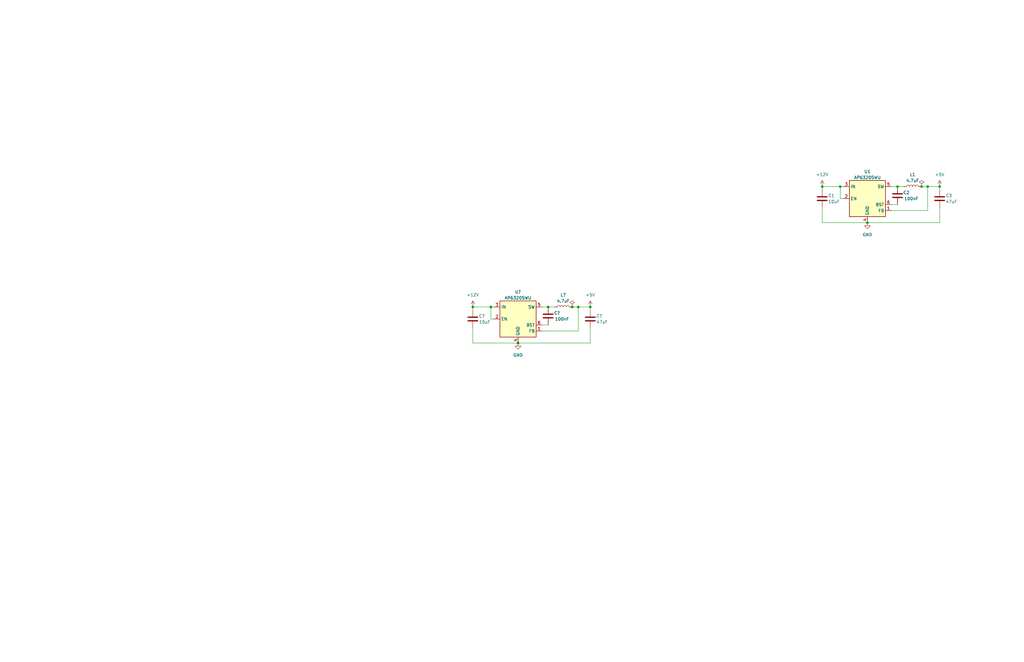
<source format=kicad_sch>
(kicad_sch (version 20250114) (generator "eeschema") (generator_version "9.0")
  (paper "B")
  (title_block (title "DCDC 5V 2A") (date "2025-08-23") (rev "1.0") (company "Formula Slug"))
  (lib_symbols
    (symbol "Device:C" (pin_numbers (hide yes)) (pin_names (offset 0.254))
      (property "Reference" "C" (at 0.635 2.54 0))
      (property "Value" "C" (at 0.635 -2.54 0))
      (symbol "C_0_1"
        (polyline (pts (xy -2.032 0.762) (xy 2.032 0.762)) (stroke (width 0.508)))
        (polyline (pts (xy -2.032 -0.762) (xy 2.032 -0.762)) (stroke (width 0.508)))
      )
      (symbol "C_1_1"
        (pin passive line (at 0 3.81 270) (length 2.794) (name "~") (number "1"))
        (pin passive line (at 0 -3.81 90) (length 2.794) (name "~") (number "2"))
      )
    )
    (symbol "Device:L" (pin_numbers (hide yes)) (pin_names (offset 1.016) (hide yes))
      (property "Reference" "L" (at -1.27 0 90))
      (property "Value" "L" (at 1.905 0 90))
      (symbol "L_0_1"
        (arc (start 0 2.54) (mid 0.6323 1.905) (end 0 1.27))
        (arc (start 0 1.27) (mid 0.6323 0.635) (end 0 0))
        (arc (start 0 0) (mid 0.6323 -0.635) (end 0 -1.27))
        (arc (start 0 -1.27) (mid 0.6323 -1.905) (end 0 -2.54))
      )
      (symbol "L_1_1"
        (pin passive line (at 0 3.81 270) (length 1.27) (name "1") (number "1"))
        (pin passive line (at 0 -3.81 90) (length 1.27) (name "2") (number "2"))
      )
    )
    (symbol "Regulator_Switching:AP63205WU"
      (property "Reference" "U1" (at 0 13.97 0))
      (property "Value" "AP63205WU" (at 0 11.43 0))
      (symbol "AP63205WU_0_1"
        (rectangle (start -7.62 10.16) (end 7.62 -5.08) (stroke (width 0.254)) (fill (type background)))
      )
      (symbol "AP63205WU_1_1"
        (pin power_in line (at -10.16 7.62 0) (length 2.54) (name "IN") (number "3"))
        (pin input line (at -10.16 2.54 0) (length 2.54) (name "EN") (number "2"))
        (pin power_in line (at 0 -7.62 90) (length 2.54) (name "GND") (number "4"))
        (pin output line (at 10.16 7.62 180) (length 2.54) (name "SW") (number "5"))
        (pin passive line (at 10.16 0 180) (length 2.54) (name "BST") (number "6"))
        (pin input line (at 10.16 -2.54 180) (length 2.54) (name "FB") (number "1"))
      )
    )
    (symbol "power:+12V" (power) (pin_numbers (hide yes)) (pin_names (offset 0) (hide yes))
      (property "Value" "+12V" (at 0 3.556 0))
      (symbol "+12V_0_1"
        (polyline (pts (xy -0.762 1.27) (xy 0 2.54)))
        (polyline (pts (xy 0 2.54) (xy 0.762 1.27)))
        (polyline (pts (xy 0 0) (xy 0 2.54)))
      )
      (symbol "+12V_1_1"
        (pin power_in line (at 0 0 90) (length 0) (name "~") (number "1"))
      )
    )
    (symbol "power:+5V" (power) (pin_numbers (hide yes)) (pin_names (offset 0) (hide yes))
      (property "Value" "+5V" (at 0 3.556 0))
      (symbol "+5V_0_1"
        (polyline (pts (xy -0.762 1.27) (xy 0 2.54)))
        (polyline (pts (xy 0 2.54) (xy 0.762 1.27)))
        (polyline (pts (xy 0 0) (xy 0 2.54)))
      )
      (symbol "+5V_1_1"
        (pin power_in line (at 0 0 90) (length 0) (name "~") (number "1"))
      )
    )
    (symbol "power:GND" (power) (pin_numbers (hide yes)) (pin_names (offset 0) (hide yes))
      (property "Value" "GND" (at 0 -3.81 0))
      (symbol "GND_0_1"
        (polyline (pts (xy 0 0) (xy 0 -1.27) (xy 1.27 -1.27) (xy 0 -2.54) (xy -1.27 -1.27) (xy 0 -1.27)))
      )
      (symbol "GND_1_1"
        (pin power_in line (at 0 0 270) (length 0) (name "~") (number "1"))
      )
    )
    (symbol "power:PWR_FLAG" (power) (pin_numbers (hide yes)) (pin_names (offset 0) (hide yes))
      (property "Value" "PWR_FLAG" (at 0 3.81 0))
      (symbol "PWR_FLAG_0_0"
        (pin power_out line (at 0 0 90) (length 0) (name "~") (number "1"))
      )
      (symbol "PWR_FLAG_0_1"
        (polyline (pts (xy 0 0) (xy 0 1.27) (xy -1.016 1.905) (xy 0 2.54) (xy 1.016 1.905) (xy 0 1.27)))
      )
    )
  )
  (junction (at 388.62 78.74))
  (junction (at 241.3 129.54))
  (junction (at 378.46 78.74))
  (junction (at 231.14 129.54))
  (junction (at 346.71 78.74))
  (junction (at 199.39 129.54))
  (junction (at 396.24 78.74))
  (junction (at 248.92 129.54))
  (junction (at 354.33 78.74))
  (junction (at 207.01 129.54))
  (junction (at 365.76 93.98))
  (junction (at 218.44 144.78))
  (junction (at 391.16 78.74))
  (junction (at 243.84 129.54))
  (wire (pts (xy 391.16 78.74) (xy 396.24 78.74)))
  (wire (pts (xy 243.84 129.54) (xy 248.92 129.54)))
  (wire (pts (xy 346.71 87.63) (xy 346.71 93.98)))
  (wire (pts (xy 199.39 138.43) (xy 199.39 144.78)))
  (wire (pts (xy 388.62 78.74) (xy 391.16 78.74)))
  (wire (pts (xy 241.3 129.54) (xy 243.84 129.54)))
  (wire (pts (xy 396.24 80.01) (xy 396.24 78.74)))
  (wire (pts (xy 248.92 130.81) (xy 248.92 129.54)))
  (wire (pts (xy 378.46 78.74) (xy 381 78.74)))
  (wire (pts (xy 231.14 129.54) (xy 233.68 129.54)))
  (wire (pts (xy 391.16 88.9) (xy 375.92 88.9)))
  (wire (pts (xy 243.84 139.7) (xy 228.6 139.7)))
  (wire (pts (xy 354.33 78.74) (xy 354.33 83.82)))
  (wire (pts (xy 207.01 129.54) (xy 207.01 134.62)))
  (wire (pts (xy 365.76 93.98) (xy 396.24 93.98)))
  (wire (pts (xy 218.44 144.78) (xy 248.92 144.78)))
  (wire (pts (xy 396.24 87.63) (xy 396.24 93.98)))
  (wire (pts (xy 248.92 138.43) (xy 248.92 144.78)))
  (wire (pts (xy 378.46 86.36) (xy 375.92 86.36)))
  (wire (pts (xy 231.14 137.16) (xy 228.6 137.16)))
  (wire (pts (xy 346.71 93.98) (xy 365.76 93.98)))
  (wire (pts (xy 199.39 144.78) (xy 218.44 144.78)))
  (wire (pts (xy 346.71 78.74) (xy 354.33 78.74)))
  (wire (pts (xy 199.39 129.54) (xy 207.01 129.54)))
  (wire (pts (xy 375.92 78.74) (xy 378.46 78.74)))
  (wire (pts (xy 228.6 129.54) (xy 231.14 129.54)))
  (wire (pts (xy 346.71 78.74) (xy 346.71 80.01)))
  (wire (pts (xy 199.39 129.54) (xy 199.39 130.81)))
  (wire (pts (xy 354.33 78.74) (xy 355.6 78.74)))
  (wire (pts (xy 207.01 129.54) (xy 208.28 129.54)))
  (wire (pts (xy 354.33 83.82) (xy 355.6 83.82)))
  (wire (pts (xy 207.01 134.62) (xy 208.28 134.62)))
  (wire (pts (xy 391.16 78.74) (xy 391.16 88.9)))
  (wire (pts (xy 243.84 129.54) (xy 243.84 139.7)))
  (symbol (lib_id "power:PWR_FLAG") (at 241.3 129.54 0) (unit 1)
    (property "Reference" "#FLG?" (effects (hide yes)))
    (property "Value" "PWR_FLAG" (effects (hide yes)))
    (property "Description" "Special symbol for telling ERC where power comes from" (effects (hide yes)))
  )
  (symbol (lib_id "power:+5V") (at 396.24 78.74 0) (unit 1)
    (property "Reference" "#PWR?" (effects (hide yes)))
    (property "Value" "+5V" (at 396.24 73.66 0))
    (property "Description" "Power symbol creates a global label with name \"+5V\"" (effects (hide yes)))
  )
  (symbol (lib_id "Device:C") (at 248.92 134.62 180) (unit 1)
    (property "Reference" "C?" (at 251.46 133.35 0) (effects (justify right)))
    (property "Value" "47uF" (at 251.46 135.89 0) (effects (justify right)))
    (property "Footprint" "Capacitor_SMD:C_0805_2012Metric_Pad1.18x1.45mm_HandSolder" (effects (hide yes)))
    (property "Datasheet" "https://mm.digikey.com/Volume0/opasdata/d220001/medias/docus/658/CL21A476MQYNNNE_Spec.pdf" (effects (hide yes)))
    (property "Description" "Unpolarized capacitor" (effects (hide yes)))
    (property "Manufacturer" "Samsung Electro-Mechanics" (effects (hide yes)))
    (property "PN" "CL21A476MQYNNNE" (effects (hide yes)))
  )
  (symbol (lib_id "Device:C") (at 378.46 82.55 0) (unit 1)
    (property "Reference" "C2" (at 383.54 81.28 0) (effects (justify right)))
    (property "Value" "100nF" (at 387.35 83.82 0) (effects (justify right)))
    (property "Footprint" "Capacitor_SMD:C_0805_2012Metric_Pad1.18x1.45mm_HandSolder" (effects (hide yes)))
    (property "Datasheet" "https://www.yageo.com/upload/media/product/productsearch/datasheet/mlcc/UPY-GPHC_X7R_6.3V-to-250V_24.pdf" (effects (hide yes)))
    (property "Description" "Unpolarized capacitor" (effects (hide yes)))
    (property "Manufacturer" "Yageo" (effects (hide yes)))
    (property "PN" "CC0805KRX7R9BB104" (effects (hide yes)))
  )
  (symbol (lib_id "Regulator_Switching:AP63205WU") (at 365.76 86.36 0) (unit 1)
    (property "Reference" "U1" (at 365.76 72.39 0))
    (property "Value" "AP63205WU" (at 365.76 74.93 0))
    (property "Footprint" "Package_TO_SOT_SMD:TSOT-23-6" (effects (hide yes)))
    (property "Datasheet" "https://www.diodes.com/assets/Datasheets/AP63200-AP63201-AP63203-AP63205.pdf" (effects (hide yes)))
    (property "Description" "2A, 1.1MHz Buck DC/DC Converter, fixed 5.0V output voltage, TSOT-23-6" (effects (hide yes)))
  )
  (symbol (lib_id "power:+12V") (at 346.71 78.74 0) (unit 1)
    (property "Reference" "#PWR?" (effects (hide yes)))
    (property "Value" "+12V" (at 346.71 73.66 0))
    (property "Description" "Power symbol creates a global label with name \"+12V\"" (effects (hide yes)))
  )
  (symbol (lib_id "Device:C") (at 346.71 83.82 180) (unit 1)
    (property "Reference" "C1" (at 349.25 82.55 0) (effects (justify right)))
    (property "Value" "10uF" (at 349.25 85.09 0) (effects (justify right)))
    (property "Footprint" "Capacitor_SMD:C_0805_2012Metric_Pad1.18x1.45mm_HandSolder" (effects (hide yes)))
    (property "Datasheet" "https://mm.digikey.com/Volume0/opasdata/d220001/medias/docus/658/CL21A106KOQNNNG_Spec.pdf" (effects (hide yes)))
    (property "Description" "Unpolarized capacitor" (effects (hide yes)))
    (property "Manufacturer" "Samsung Electro-Mechanics" (effects (hide yes)))
    (property "PN" "CL21A106KOQNNNG" (effects (hide yes)))
  )
  (symbol (lib_id "power:+5V") (at 248.92 129.54 0) (unit 1)
    (property "Reference" "#PWR?" (effects (hide yes)))
    (property "Value" "+5V" (at 248.92 124.46 0))
    (property "Description" "Power symbol creates a global label with name \"+5V\"" (effects (hide yes)))
  )
  (symbol (lib_id "Regulator_Switching:AP63205WU") (at 218.44 137.16 0) (unit 1)
    (property "Reference" "U?" (at 218.44 123.19 0))
    (property "Value" "AP63205WU" (at 218.44 125.73 0))
    (property "Footprint" "Package_TO_SOT_SMD:TSOT-23-6" (effects (hide yes)))
    (property "Datasheet" "https://www.diodes.com/assets/Datasheets/AP63200-AP63201-AP63203-AP63205.pdf" (effects (hide yes)))
    (property "Description" "2A, 1.1MHz Buck DC/DC Converter, fixed 5.0V output voltage, TSOT-23-6" (effects (hide yes)))
  )
  (symbol (lib_id "power:+12V") (at 199.39 129.54 0) (unit 1)
    (property "Reference" "#PWR?" (effects (hide yes)))
    (property "Value" "+12V" (at 199.39 124.46 0))
    (property "Description" "Power symbol creates a global label with name \"+12V\"" (effects (hide yes)))
  )
  (symbol (lib_id "Device:C") (at 396.24 83.82 180) (unit 1)
    (property "Reference" "C3" (at 398.78 82.55 0) (effects (justify right)))
    (property "Value" "47uF" (at 398.78 85.09 0) (effects (justify right)))
    (property "Footprint" "Capacitor_SMD:C_0805_2012Metric_Pad1.18x1.45mm_HandSolder" (effects (hide yes)))
    (property "Datasheet" "https://mm.digikey.com/Volume0/opasdata/d220001/medias/docus/658/CL21A476MQYNNNE_Spec.pdf" (effects (hide yes)))
    (property "Description" "Unpolarized capacitor" (effects (hide yes)))
    (property "Manufacturer" "Samsung Electro-Mechanics" (effects (hide yes)))
    (property "PN" "CL21A476MQYNNNE" (effects (hide yes)))
  )
  (symbol (lib_id "Device:C") (at 199.39 134.62 180) (unit 1)
    (property "Reference" "C?" (at 201.93 133.35 0) (effects (justify right)))
    (property "Value" "10uF" (at 201.93 135.89 0) (effects (justify right)))
    (property "Footprint" "Capacitor_SMD:C_0805_2012Metric_Pad1.18x1.45mm_HandSolder" (effects (hide yes)))
    (property "Datasheet" "https://mm.digikey.com/Volume0/opasdata/d220001/medias/docus/658/CL21A106KOQNNNG_Spec.pdf" (effects (hide yes)))
    (property "Description" "Unpolarized capacitor" (effects (hide yes)))
    (property "Manufacturer" "Samsung Electro-Mechanics" (effects (hide yes)))
    (property "PN" "CL21A106KOQNNNG" (effects (hide yes)))
  )
  (symbol (lib_id "Device:L") (at 384.81 78.74 90) (unit 1)
    (property "Reference" "L1" (at 384.81 73.66 90))
    (property "Value" "4.7uF" (at 384.81 76.2 90))
    (property "Footprint" "Inductor_SMD:L_Bourns_SRP5030T" (effects (hide yes)))
    (property "Datasheet" "https://www.bourns.com/docs/Product-Datasheets/SRP5030TA.pdf" (effects (hide yes)))
    (property "Description" "Inductor" (effects (hide yes)))
    (property "Manufacturer" "Bourns" (effects (hide yes)))
    (property "PN" "SRP5030TA-4R7M" (effects (hide yes)))
  )
  (symbol (lib_id "power:PWR_FLAG") (at 388.62 78.74 0) (unit 1)
    (property "Reference" "#FLG?" (effects (hide yes)))
    (property "Value" "PWR_FLAG" (effects (hide yes)))
    (property "Description" "Special symbol for telling ERC where power comes from" (effects (hide yes)))
  )
  (symbol (lib_id "power:GND") (at 218.44 144.78 0) (unit 1)
    (property "Reference" "#PWR?" (effects (hide yes)))
    (property "Value" "GND" (at 218.44 149.86 0))
    (property "Description" "Power symbol creates a global label with name \"GND\" , ground" (effects (hide yes)))
  )
  (symbol (lib_id "power:GND") (at 365.76 93.98 0) (unit 1)
    (property "Reference" "#PWR?" (effects (hide yes)))
    (property "Value" "GND" (at 365.76 99.06 0))
    (property "Description" "Power symbol creates a global label with name \"GND\" , ground" (effects (hide yes)))
  )
  (symbol (lib_id "Device:C") (at 231.14 133.35 0) (unit 1)
    (property "Reference" "C?" (at 236.22 132.08 0) (effects (justify right)))
    (property "Value" "100nF" (at 240.03 134.62 0) (effects (justify right)))
    (property "Footprint" "Capacitor_SMD:C_0805_2012Metric_Pad1.18x1.45mm_HandSolder" (effects (hide yes)))
    (property "Datasheet" "https://www.yageo.com/upload/media/product/productsearch/datasheet/mlcc/UPY-GPHC_X7R_6.3V-to-250V_24.pdf" (effects (hide yes)))
    (property "Description" "Unpolarized capacitor" (effects (hide yes)))
    (property "Manufacturer" "Yageo" (effects (hide yes)))
    (property "PN" "CC0805KRX7R9BB104" (effects (hide yes)))
  )
  (symbol (lib_id "Device:L") (at 237.49 129.54 90) (unit 1)
    (property "Reference" "L?" (at 237.49 124.46 90))
    (property "Value" "4.7uF" (at 237.49 127 90))
    (property "Footprint" "Inductor_SMD:L_Bourns_SRP5030T" (effects (hide yes)))
    (property "Datasheet" "https://www.bourns.com/docs/Product-Datasheets/SRP5030TA.pdf" (effects (hide yes)))
    (property "Description" "Inductor" (effects (hide yes)))
    (property "Manufacturer" "Bourns" (effects (hide yes)))
    (property "PN" "SRP5030TA-4R7M" (effects (hide yes)))
  )
)
</source>
